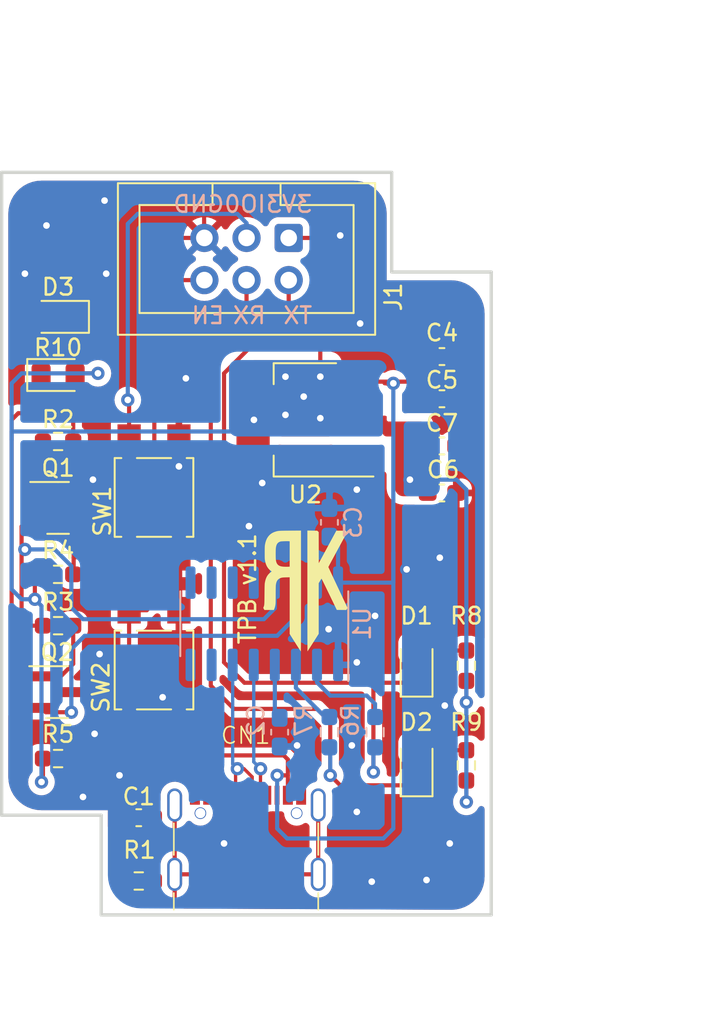
<source format=kicad_pcb>
(kicad_pcb (version 20221018) (generator pcbnew)
  (layers (0 "F.Cu" signal) (31 "B.Cu" signal) (34 "B.Paste" user) (35 "F.Paste" user) (36 "B.SilkS" user "B.Silkscreen") (37 "F.SilkS" user "F.Silkscreen") (38 "B.Mask" user) (39 "F.Mask" user) (44 "Edge.Cuts" user))
  (net 0 "")
  (net 1 "GND")
  (net 2 "Earth")
  (net 3 "+3V3")
  (net 4 "+5V")
  (net 6 "/USB_P")
  (net 10 "/IO0")
  (net 11 "/TX")
  (net 12 "/RX")
  (net 13 "/EN")
  (net 14 "Net-(Q1-B)")
  (net 15 "/DTR")
  (net 16 "Net-(Q2-B)")
  (net 17 "/RTS")
  (net 18 "Net-(U1-TXD)")
  (net 19 "Net-(U1-RXD)")
  (net 27 "Net-(U1-V3)")
  (net 28 "Net-(D1-A)")
  (net 29 "Net-(D2-A)")
  (net 30 "Net-(D3-A)")
  (net 31 "/USB_N")
  (footprint "Package_TO_SOT_SMD:SOT-23" (layer "F.Cu") (at 43.3375 176.59)
    (fp_text reference "Q2" (at 0 -2.4) (layer "F.SilkS"))
    (fp_text value "BC847")
    (pad "1" smd roundrect (at -0.9375 -0.95) (size 1.475 0.6) (layers "F.Cu" "F.Paste" "F.Mask") (net 16 "Net-(Q2-B)"))
    (pad "2" smd roundrect (at -0.9375 0.95) (size 1.475 0.6) (layers "F.Cu" "F.Paste" "F.Mask") (net 17 "/RTS"))
    (pad "3" smd roundrect (at 0.9375 0) (size 1.475 0.6) (layers "F.Cu" "F.Paste" "F.Mask") (net 13 "/EN"))
  )
  (footprint "Package_TO_SOT_SMD:SOT-223-3_TabPin2" (layer "F.Cu") (at 58.3 160.2 180)
    (fp_text reference "U2" (at 0 -4.5) (layer "F.SilkS"))
    (fp_text value "AMS1117-3.3")
    (pad "1" smd rect (at -3.15 -2.3 180) (size 2 1.5) (layers "F.Cu" "F.Paste" "F.Mask") (net 1 "GND"))
    (pad "2" smd rect (at -3.15 0 180) (size 2 1.5) (layers "F.Cu" "F.Paste" "F.Mask") (net 3 "+3V3"))
    (pad "2" smd rect (at 3.15 0 180) (size 2 3.8) (layers "F.Cu" "F.Paste" "F.Mask") (net 3 "+3V3"))
    (pad "3" smd rect (at -3.15 2.3 180) (size 2 1.5) (layers "F.Cu" "F.Paste" "F.Mask") (net 4 "+5V"))
  )
  (footprint "LED_SMD:LED_0805_2012Metric_Pad1.15x1.40mm_HandSolder" (layer "F.Cu") (at 65 175 90)
    (fp_text reference "D1" (at 3 0) (layer "F.SilkS"))
    (fp_text value "Yellow")
    (pad "1" smd roundrect (at -1.025 0 90) (size 1.15 1.4) (layers "F.Cu" "F.Paste" "F.Mask") (roundrect_rratio 0.217391) (net 11 "/TX"))
    (pad "2" smd roundrect (at 1.025 0 90) (size 1.15 1.4) (layers "F.Cu" "F.Paste" "F.Mask") (roundrect_rratio 0.217391) (net 28 "Net-(D1-A)"))
  )
  (footprint "Package_TO_SOT_SMD:SOT-23" (layer "F.Cu") (at 43.4 165.5)
    (fp_text reference "Q1" (at 0 -2.4) (layer "F.SilkS"))
    (fp_text value "BC847")
    (pad "1" smd roundrect (at -0.9375 -0.95) (size 1.475 0.6) (layers "F.Cu" "F.Paste" "F.Mask") (net 14 "Net-(Q1-B)"))
    (pad "2" smd roundrect (at -0.9375 0.95) (size 1.475 0.6) (layers "F.Cu" "F.Paste" "F.Mask") (net 15 "/DTR"))
    (pad "3" smd roundrect (at 0.9375 0) (size 1.475 0.6) (layers "F.Cu" "F.Paste" "F.Mask") (net 10 "/IO0"))
  )
  (footprint "Capacitor_SMD:C_0603_1608Metric_Pad1.08x0.95mm_HandSolder" (layer "F.Cu") (at 48.26 184.15 180)
    (fp_text reference "C1" (at 0 1.27) (layer "F.SilkS"))
    (fp_text value "100nF")
    (pad "1" smd roundrect (at -0.8625 0 180) (size 1.075 0.95) (layers "F.Cu" "F.Paste" "F.Mask") (net 1 "GND"))
    (pad "2" smd roundrect (at 0.8625 0 180) (size 1.075 0.95) (layers "F.Cu" "F.Paste" "F.Mask") (net 2 "Earth"))
  )
  (footprint "RK_Graphics:RK_Logo_10x10mm" (layer "F.Cu") (at 58.262202 169.720612)
    (fp_text reference "G***" hide)
    (fp_text value "LOGO" hide)
  )
  (footprint "Capacitor_SMD:C_0603_1608Metric_Pad1.08x0.95mm_HandSolder" (layer "F.Cu") (at 66.53 156.39)
    (fp_text reference "C4" (at 0 -1.43) (layer "F.SilkS"))
    (fp_text value "10uF")
    (pad "1" smd roundrect (at -0.8625 0) (size 1.075 0.95) (layers "F.Cu" "F.Paste" "F.Mask") (net 4 "+5V"))
    (pad "2" smd roundrect (at 0.8625 0) (size 1.075 0.95) (layers "F.Cu" "F.Paste" "F.Mask") (net 1 "GND"))
  )
  (footprint "Connector_IDC:IDC-Header_2x03_P2.54mm_Vertical" (layer "F.Cu") (at 57.295 149.2475 -90)
    (fp_text reference "J1" (at 3.5525 -6.305 90) (layer "F.SilkS"))
    (fp_text value "~")
    (pad "1" thru_hole roundrect (at 0 0 270) (size 1.7 1.7) (drill 1) (layers "*.Cu" "*.Mask") (roundrect_rratio 0.147059) (net 3 "+3V3"))
    (pad "2" thru_hole circle (at 2.54 0 270) (size 1.7 1.7) (drill 1) (layers "*.Cu" "*.Mask") (net 11 "/TX"))
    (pad "3" thru_hole circle (at 0 2.54 270) (size 1.7 1.7) (drill 1) (layers "*.Cu" "*.Mask") (net 10 "/IO0"))
    (pad "4" thru_hole circle (at 2.54 2.54 270) (size 1.7 1.7) (drill 1) (layers "*.Cu" "*.Mask") (net 12 "/RX"))
    (pad "5" thru_hole circle (at 0 5.08 270) (size 1.7 1.7) (drill 1) (layers "*.Cu" "*.Mask") (net 1 "GND"))
    (pad "6" thru_hole circle (at 2.54 5.08 270) (size 1.7 1.7) (drill 1) (layers "*.Cu" "*.Mask") (net 13 "/EN"))
  )
  (footprint "Resistor_SMD:R_0603_1608Metric_Pad0.98x0.95mm_HandSolder" (layer "F.Cu") (at 43.4 169.5 180)
    (fp_text reference "R4" (at 0 1.44) (layer "F.SilkS"))
    (fp_text value "10K")
    (pad "1" smd roundrect (at -0.9125 0 180) (size 0.975 0.95) (layers "F.Cu" "F.Paste" "F.Mask") (net 10 "/IO0"))
    (pad "2" smd roundrect (at 0.9125 0 180) (size 0.975 0.95) (layers "F.Cu" "F.Paste" "F.Mask") (net 3 "+3V3"))
  )
  (footprint "LED_SMD:LED_0805_2012Metric_Pad1.15x1.40mm_HandSolder" (layer "F.Cu") (at 43.4 157.5)
    (fp_text reference "R10" (at 0 -1.65) (layer "F.SilkS"))
    (fp_text value "10K")
    (pad "1" smd roundrect (at -1.025 0) (size 1.15 1.4) (layers "F.Cu" "F.Paste" "F.Mask") (roundrect_rratio 0.217391) (net 30 "Net-(D3-A)"))
    (pad "2" smd roundrect (at 1.025 0) (size 1.15 1.4) (layers "F.Cu" "F.Paste" "F.Mask") (roundrect_rratio 0.217391) (net 3 "+3V3"))
  )
  (footprint "Capacitor_SMD:C_0603_1608Metric_Pad1.08x0.95mm_HandSolder" (layer "F.Cu") (at 66.53 164.6)
    (fp_text reference "C6" (at 0.07 -1.4) (layer "F.SilkS"))
    (fp_text value "10uF")
    (pad "1" smd roundrect (at -0.8625 0) (size 1.075 0.95) (layers "F.Cu" "F.Paste" "F.Mask") (net 3 "+3V3"))
    (pad "2" smd roundrect (at 0.8625 0) (size 1.075 0.95) (layers "F.Cu" "F.Paste" "F.Mask") (net 1 "GND"))
  )
  (footprint "Button_Switch_SMD:SW_SPST_TL3305C" (layer "F.Cu") (at 49.18 175.26 90)
    (fp_text reference "SW2" (at -1.04 -3.2 90) (layer "F.SilkS"))
    (fp_text value "SW_Push")
    (pad "1" smd rect (at -3.6 -1.5 90) (size 1.6 1.4) (layers "F.Cu" "F.Paste" "F.Mask") (net 13 "/EN"))
    (pad "1" smd rect (at 3.6 -1.5 90) (size 1.6 1.4) (layers "F.Cu" "F.Paste" "F.Mask") (net 13 "/EN"))
    (pad "2" smd rect (at -3.6 1.5 90) (size 1.6 1.4) (layers "F.Cu" "F.Paste" "F.Mask") (net 1 "GND"))
    (pad "2" smd rect (at 3.6 1.5 90) (size 1.6 1.4) (layers "F.Cu" "F.Paste" "F.Mask") (net 1 "GND"))
  )
  (footprint "Resistor_SMD:R_0603_1608Metric_Pad0.98x0.95mm_HandSolder" (layer "F.Cu") (at 48.26 187.96 180)
    (fp_text reference "R1" (at -0.04 1.86) (layer "F.SilkS"))
    (fp_text value "1M")
    (pad "1" smd roundrect (at -0.9125 0 180) (size 0.975 0.95) (layers "F.Cu" "F.Paste" "F.Mask") (net 1 "GND"))
    (pad "2" smd roundrect (at 0.9125 0 180) (size 0.975 0.95) (layers "F.Cu" "F.Paste" "F.Mask") (net 2 "Earth"))
  )
  (footprint "Resistor_SMD:R_0603_1608Metric_Pad0.98x0.95mm_HandSolder" (layer "F.Cu") (at 68 175 -90)
    (fp_text reference "R8" (at -3 0) (layer "F.SilkS"))
    (fp_text value "10K")
    (pad "1" smd roundrect (at -0.9125 0 270) (size 0.975 0.95) (layers "F.Cu" "F.Paste" "F.Mask") (net 28 "Net-(D1-A)"))
    (pad "2" smd roundrect (at 0.9125 0 270) (size 0.975 0.95) (layers "F.Cu" "F.Paste" "F.Mask") (net 3 "+3V3"))
  )
  (footprint "Resistor_SMD:R_0603_1608Metric_Pad0.98x0.95mm_HandSolder" (layer "F.Cu") (at 43.4 172.59)
    (fp_text reference "R3" (at 0 -1.43) (layer "F.SilkS"))
    (fp_text value "10K")
    (pad "1" smd roundrect (at -0.9125 0) (size 0.975 0.95) (layers "F.Cu" "F.Paste" "F.Mask") (net 15 "/DTR"))
    (pad "2" smd roundrect (at 0.9125 0) (size 0.975 0.95) (layers "F.Cu" "F.Paste" "F.Mask") (net 16 "Net-(Q2-B)"))
  )
  (footprint "LED_SMD:LED_0805_2012Metric_Pad1.15x1.40mm_HandSolder" (layer "F.Cu") (at 43.4 154 180)
    (fp_text reference "D3" (at 0 1.8) (layer "F.SilkS"))
    (fp_text value "LED")
    (pad "1" smd roundrect (at -1.025 0 180) (size 1.15 1.4) (layers "F.Cu" "F.Paste" "F.Mask") (roundrect_rratio 0.217391) (net 1 "GND"))
    (pad "2" smd roundrect (at 1.025 0 180) (size 1.15 1.4) (layers "F.Cu" "F.Paste" "F.Mask") (roundrect_rratio 0.217391) (net 30 "Net-(D3-A)"))
  )
  (footprint "Button_Switch_SMD:SW_SPST_TL3305C" (layer "F.Cu") (at 49.18 164.87 90)
    (fp_text reference "SW1" (at -0.83 -3.109764 90) (layer "F.SilkS"))
    (fp_text value "SW_Push")
    (pad "1" smd rect (at -3.6 -1.5 90) (size 1.6 1.4) (layers "F.Cu" "F.Paste" "F.Mask") (net 10 "/IO0"))
    (pad "1" smd rect (at 3.6 -1.5 90) (size 1.6 1.4) (layers "F.Cu" "F.Paste" "F.Mask") (net 10 "/IO0"))
    (pad "2" smd rect (at -3.6 1.5 90) (size 1.6 1.4) (layers "F.Cu" "F.Paste" "F.Mask") (net 1 "GND"))
    (pad "2" smd rect (at 3.6 1.5 90) (size 1.6 1.4) (layers "F.Cu" "F.Paste" "F.Mask") (net 1 "GND"))
  )
  (footprint "Resistor_SMD:R_0603_1608Metric_Pad0.98x0.95mm_HandSolder" (layer "F.Cu") (at 68 181 -90)
    (fp_text reference "R9" (at -2.6 0) (layer "F.SilkS"))
    (fp_text value "10K")
    (pad "1" smd roundrect (at -0.9125 0 270) (size 0.975 0.95) (layers "F.Cu" "F.Paste" "F.Mask") (net 29 "Net-(D2-A)"))
    (pad "2" smd roundrect (at 0.9125 0 270) (size 0.975 0.95) (layers "F.Cu" "F.Paste" "F.Mask") (net 3 "+3V3"))
  )
  (footprint "Resistor_SMD:R_0603_1608Metric_Pad0.98x0.95mm_HandSolder" (layer "F.Cu") (at 43.4 180.59 180)
    (fp_text reference "R5" (at 0 1.47) (layer "F.SilkS"))
    (fp_text value "10K")
    (pad "1" smd roundrect (at -0.9125 0 180) (size 0.975 0.95) (layers "F.Cu" "F.Paste" "F.Mask") (net 13 "/EN"))
    (pad "2" smd roundrect (at 0.9125 0 180) (size 0.975 0.95) (layers "F.Cu" "F.Paste" "F.Mask") (net 3 "+3V3"))
  )
  (footprint "Resistor_SMD:R_0603_1608Metric_Pad0.98x0.95mm_HandSolder" (layer "F.Cu") (at 43.4 161.5 180)
    (fp_text reference "R2" (at 0 1.33) (layer "F.SilkS"))
    (fp_text value "10K")
    (pad "1" smd roundrect (at -0.9125 0 180) (size 0.975 0.95) (layers "F.Cu" "F.Paste" "F.Mask") (net 17 "/RTS"))
    (pad "2" smd roundrect (at 0.9125 0 180) (size 0.975 0.95) (layers "F.Cu" "F.Paste" "F.Mask") (net 14 "Net-(Q1-B)"))
  )
  (footprint "Capacitor_SMD:C_0603_1608Metric_Pad1.08x0.95mm_HandSolder" (layer "F.Cu") (at 66.53 158.93)
    (fp_text reference "C5" (at 0 -1.13) (layer "F.SilkS"))
    (fp_text value "10uF")
    (pad "1" smd roundrect (at -0.8625 0) (size 1.075 0.95) (layers "F.Cu" "F.Paste" "F.Mask") (net 4 "+5V"))
    (pad "2" smd roundrect (at 0.8625 0) (size 1.075 0.95) (layers "F.Cu" "F.Paste" "F.Mask") (net 1 "GND"))
  )
  (footprint "LED_SMD:LED_0805_2012Metric_Pad1.15x1.40mm_HandSolder" (layer "F.Cu") (at 65 181 90)
    (fp_text reference "D2" (at 2.6 0) (layer "F.SilkS"))
    (fp_text value "Green")
    (pad "1" smd roundrect (at -1.025 0 90) (size 1.15 1.4) (layers "F.Cu" "F.Paste" "F.Mask") (roundrect_rratio 0.217391) (net 12 "/RX"))
    (pad "2" smd roundrect (at 1.025 0 90) (size 1.15 1.4) (layers "F.Cu" "F.Paste" "F.Mask") (roundrect_rratio 0.217391) (net 29 "Net-(D2-A)"))
  )
  (footprint "Capacitor_SMD:C_0603_1608Metric_Pad1.08x0.95mm_HandSolder" (layer "F.Cu") (at 66.53 161.77)
    (fp_text reference "C7" (at 0 -1.37) (layer "F.SilkS"))
    (fp_text value "10uF")
    (pad "1" smd roundrect (at -0.8625 0) (size 1.075 0.95) (layers "F.Cu" "F.Paste" "F.Mask") (net 3 "+3V3"))
    (pad "2" smd roundrect (at 0.8625 0) (size 1.075 0.95) (layers "F.Cu" "F.Paste" "F.Mask") (net 1 "GND"))
  )
  (footprint "RK Library:TYPE-C-31-M-12" (layer "F.Cu") (at 54.375 178.687313)
    (fp_text reference "CN1" (at 0.325 0.512687 unlocked) (layer "F.SilkS") (effects (font (thickness 0.1))))
    (fp_text value "TYPE-C-31-M-12")
    (pad "" np_thru_hole circle (at -2.4 5.19) (size 0.7 0.7) (drill oval 0.6) (layers "*.Cu" "*.Mask"))
    (pad "" np_thru_hole circle (at 3.4 5.19) (size 0.7 0.7) (drill oval 0.6) (layers "*.Cu" "*.Mask"))
    (pad "A1/B12" smd trapezoid (at -2.73 4.11) (size 0.6 1.14) (layers "F.Cu" "F.Paste" "F.Mask") (net 1 "GND"))
    (pad "A4/B9" smd trapezoid (at -1.93 4.11) (size 0.6 1.14) (layers "F.Cu" "F.Paste" "F.Mask") (net 4 "+5V"))
    (pad "A5" smd trapezoid (at -0.78 4.11) (size 0.3 1.14) (layers "F.Cu" "F.Paste" "F.Mask"))
    (pad "A6" smd trapezoid (at 0.22 4.11) (size 0.3 1.14) (layers "F.Cu" "F.Paste" "F.Mask") (net 6 "/USB_P"))
    (pad "A7" smd trapezoid (at 0.72 4.11) (size 0.3 1.14) (layers "F.Cu" "F.Paste" "F.Mask") (net 31 "/USB_N"))
    (pad "A8" smd trapezoid (at 1.72 4.11) (size 0.3 1.14) (layers "F.Cu" "F.Paste" "F.Mask"))
    (pad "B1/A12" smd trapezoid (at 3.67 4.11) (size 0.6 1.14) (layers "F.Cu" "F.Paste" "F.Mask") (net 1 "GND"))
    (pad "B4/A9" smd trapezoid (at 2.87 4.11) (size 0.6 1.14) (layers "F.Cu" "F.Paste" "F.Mask") (net 4 "+5V"))
    (pad "B5" smd trapezoid (at 2.22 4.11) (size 0.3 1.14) (layers "F.Cu" "F.Paste" "F.Mask"))
    (pad "B6" smd trapezoid (at 1.22 4.11) (size 0.3 1.14) (layers "F.Cu" "F.Paste" "F.Mask") (net 6 "/USB_P"))
    (pad "B7" smd trapezoid (at -0.28 4.11) (size 0.3 1.14) (layers "F.Cu" "F.Paste" "F.Mask") (net 31 "/USB_N"))
    (pad "B8" smd trapezoid (at -1.28 4.11) (size 0.3 1.14) (layers "F.Cu" "F.Paste" "F.Mask"))
    (pad "S1" thru_hole oval (at -3.95 4.7 90) (size 2 0.9) (drill oval 1.7 0.6) (layers "*.Cu" "*.Mask") (net 2 "Earth"))
    (pad "S2" thru_hole oval (at 4.7 4.7 90) (size 2 0.9) (drill oval 1.7 0.6) (layers "*.Cu" "*.Mask") (net 2 "Earth"))
    (pad "S3" thru_hole oval (at -3.95 8.87 90) (size 2 0.9) (drill oval 1.7 0.6) (layers "*.Cu" "*.Mask") (net 2 "Earth"))
    (pad "S4" thru_hole oval (at 4.7 8.87 90) (size 2 0.9) (drill oval 1.7 0.6) (layers "*.Cu" "*.Mask") (net 2 "Earth"))
  )
  (footprint "Package_SO:SOIC-16_3.9x9.9mm_P1.27mm" (layer "B.Cu") (at 55.825 172.475 90)
    (fp_text reference "U1" (at 0 5.9 90) (layer "B.SilkS") (effects (justify mirror)))
    (fp_text value "CH340C")
    (pad "1" smd roundrect (at -2.475 4.445 90) (size 1.95 0.6) (layers "B.Cu" "B.Paste" "B.Mask") (net 1 "GND"))
    (pad "2" smd roundrect (at -2.475 3.175 90) (size 1.95 0.6) (layers "B.Cu" "B.Paste" "B.Mask") (net 18 "Net-(U1-TXD)"))
    (pad "3" smd roundrect (at -2.475 1.905 90) (size 1.95 0.6) (layers "B.Cu" "B.Paste" "B.Mask") (net 19 "Net-(U1-RXD)"))
    (pad "4" smd roundrect (at -2.475 0.635 90) (size 1.95 0.6) (layers "B.Cu" "B.Paste" "B.Mask") (net 27 "Net-(U1-V3)"))
    (pad "5" smd roundrect (at -2.475 -0.635 90) (size 1.95 0.6) (layers "B.Cu" "B.Paste" "B.Mask") (net 6 "/USB_P"))
    (pad "6" smd roundrect (at -2.475 -1.905 90) (size 1.95 0.6) (layers "B.Cu" "B.Paste" "B.Mask") (net 31 "/USB_N"))
    (pad "7" smd roundrect (at -2.475 -3.175 90) (size 1.95 0.6) (layers "B.Cu" "B.Paste" "B.Mask"))
    (pad "8" smd roundrect (at -2.475 -4.445 90) (size 1.95 0.6) (layers "B.Cu" "B.Paste" "B.Mask"))
    (pad "9" smd roundrect (at 2.475 -4.445 90) (size 1.95 0.6) (layers "B.Cu" "B.Paste" "B.Mask"))
    (pad "10" smd roundrect (at 2.475 -3.175 90) (size 1.95 0.6) (layers "B.Cu" "B.Paste" "B.Mask"))
    (pad "11" smd roundrect (at 2.475 -1.905 90) (size 1.95 0.6) (layers "B.Cu" "B.Paste" "B.Mask"))
    (pad "12" smd roundrect (at 2.475 -0.635 90) (size 1.95 0.6) (layers "B.Cu" "B.Paste" "B.Mask"))
    (pad "13" smd roundrect (at 2.475 0.635 90) (size 1.95 0.6) (layers "B.Cu" "B.Paste" "B.Mask") (net 15 "/DTR"))
    (pad "14" smd roundrect (at 2.475 1.905 90) (size 1.95 0.6) (layers "B.Cu" "B.Paste" "B.Mask") (net 17 "/RTS"))
    (pad "15" smd roundrect (at 2.475 3.175 90) (size 1.95 0.6) (layers "B.Cu" "B.Paste" "B.Mask"))
    (pad "16" smd roundrect (at 2.475 4.445 90) (size 1.95 0.6) (layers "B.Cu" "B.Paste" "B.Mask") (net 4 "+5V"))
  )
  (footprint "Resistor_SMD:R_0603_1608Metric_Pad0.98x0.95mm_HandSolder" (layer "B.Cu") (at 62.5 179 -90)
    (fp_text reference "R6" (at -0.7 1.5 -90) (layer "B.SilkS") (effects (justify mirror)))
    (fp_text value "100R")
    (pad "1" smd roundrect (at -0.9125 0 270) (size 0.975 0.95) (layers "B.Cu" "B.Paste" "B.Mask") (net 18 "Net-(U1-TXD)"))
    (pad "2" smd roundrect (at 0.9125 0 270) (size 0.975 0.95) (layers "B.Cu" "B.Paste" "B.Mask") (net 11 "/TX"))
  )
  (footprint "Capacitor_SMD:C_0603_1608Metric_Pad1.08x0.95mm_HandSolder" (layer "B.Cu") (at 59.75 166.37 90)
    (fp_text reference "C3" (at 0 1.43 90) (layer "B.SilkS") (effects (justify mirror)))
    (fp_text value "10uF")
    (pad "1" smd roundrect (at -0.8625 0 90) (size 1.075 0.95) (layers "B.Cu" "B.Paste" "B.Mask") (net 4 "+5V"))
    (pad "2" smd roundrect (at 0.8625 0 90) (size 1.075 0.95) (layers "B.Cu" "B.Paste" "B.Mask") (net 1 "GND"))
  )
  (footprint "Resistor_SMD:R_0603_1608Metric_Pad0.98x0.95mm_HandSolder" (layer "B.Cu") (at 59.75 179 -90)
    (fp_text reference "R7" (at -0.7 1.55 90) (layer "B.SilkS") (effects (justify mirror)))
    (fp_text value "100R")
    (pad "1" smd roundrect (at -0.9125 0 270) (size 0.975 0.95) (layers "B.Cu" "B.Paste" "B.Mask") (net 19 "Net-(U1-RXD)"))
    (pad "2" smd roundrect (at 0.9125 0 270) (size 0.975 0.95) (layers "B.Cu" "B.Paste" "B.Mask") (net 12 "/RX"))
  )
  (footprint "Capacitor_SMD:C_0603_1608Metric_Pad1.08x0.95mm_HandSolder" (layer "B.Cu") (at 56.75 179 -90)
    (fp_text reference "C2" (at -0.7 1.43 90) (layer "B.SilkS") (effects (justify mirror)))
    (fp_text value "10uF")
    (pad "1" smd roundrect (at -0.8625 0 270) (size 1.075 0.95) (layers "B.Cu" "B.Paste" "B.Mask") (net 27 "Net-(U1-V3)"))
    (pad "2" smd roundrect (at 0.8625 0 270) (size 1.075 0.95) (layers "B.Cu" "B.Paste" "B.Mask") (net 1 "GND"))
  )
  (gr_line (start 40 184) (end 40 145.3) (stroke (width 0.2)) (layer "Edge.Cuts"))
  (gr_line (start 63.5 145.3) (end 40 145.3) (stroke (width 0.2)) (layer "Edge.Cuts"))
  (gr_line (start 69.5 151.3) (end 69.5 190) (stroke (width 0.2)) (layer "Edge.Cuts"))
  (gr_line (start 40 184) (end 46 184) (stroke (width 0.2)) (layer "Edge.Cuts"))
  (gr_line (start 46 190) (end 69.5 190) (stroke (width 0.2)) (layer "Edge.Cuts"))
  (gr_line (start 46 184) (end 46 190) (stroke (width 0.2)) (layer "Edge.Cuts"))
  (gr_line (start 63.5 145.3) (end 63.5 151.3) (stroke (width 0.2)) (layer "Edge.Cuts"))
  (gr_line (start 63.5 151.3) (end 69.5 151.3) (stroke (width 0.2)) (layer "Edge.Cuts"))
  (gr_text "RX" (at 56 154.5) (layer "B.SilkS") (effects (font (size 1 1)) (justify left bottom mirror)))
  (gr_text "3V3" (at 58.8 147.8) (layer "B.SilkS") (effects (font (size 1 1)) (justify left bottom mirror)))
  (gr_text "IO0" (at 56 147.8) (layer "B.SilkS") (effects (font (size 1 1)) (justify left bottom mirror)))
  (gr_text "GND" (at 53.5 147.8) (layer "B.SilkS") (effects (font (size 1 1)) (justify left bottom mirror)))
  (gr_text "TX" (at 58.8 154.5) (layer "B.SilkS") (effects (font (size 1 1)) (justify left bottom mirror)))
  (gr_text "EN" (at 53.5 154.5) (layer "B.SilkS") (effects (font (size 1 1)) (justify left bottom mirror)))
  (gr_text "TPB v1.1" (at 55.4 173.8 90) (layer "F.SilkS") (effects (font (size 1 1)) (justify left bottom)))
  (segment (start 58.045 180.045) (end 57.8 179.8) (width 0.25) (layer "F.Cu") (net 1))
  (segment (start 51.6 180) (end 51.6 180.6) (width 0.25) (layer "F.Cu") (net 1))
  (segment (start 49.1225 182.2) (end 49.1225 180.4175) (width 0.25) (layer "F.Cu") (net 1))
  (segment (start 51.62 179.8) (end 50.68 178.86) (width 0.25) (layer "F.Cu") (net 1))
  (segment (start 67.3925 156.39) (end 67.3925 164.01) (width 0.25) (layer "F.Cu") (net 1))
  (segment (start 52.2 149.2325) (end 52.215 149.2475) (width 0.25) (layer "F.Cu") (net 1))
  (segment (start 67.3925 154.3925) (end 66.8 153.8) (width 0.25) (layer "F.Cu") (net 1))
  (segment (start 52.6 146.6) (end 52.2 147) (width 0.25) (layer "F.Cu") (net 1))
  (segment (start 67.3925 156.39) (end 67.3925 154.3925) (width 0.25) (layer "F.Cu") (net 1))
  (segment (start 57.8 179.8) (end 51.8 179.8) (width 0.25) (layer "F.Cu") (net 1))
  (segment (start 67 165.6) (end 61.6 165.6) (width 0.25) (layer "F.Cu") (net 1))
  (segment (start 62.4 147) (end 62 146.6) (width 0.25) (layer "F.Cu") (net 1))
  (segment (start 49.1225 184.15) (end 49.1225 187.91) (width 0.25) (layer "F.Cu") (net 1))
  (segment (start 61.4 165.4) (end 61.4 162.55) (width 0.25) (layer "F.Cu") (net 1))
  (segment (start 61.4 162.55) (end 61.45 162.5) (width 0.25) (layer "F.Cu") (net 1))
  (segment (start 44.425 154) (end 44.425 149.975) (width 0.25) (layer "F.Cu") (net 1))
  (segment (start 49.1225 187.91) (end 49.1725 187.96) (width 0.25) (layer "F.Cu") (net 1))
  (segment (start 63 153.8) (end 62.4 153.2) (width 0.25) (layer "F.Cu") (net 1))
  (segment (start 62 146.6) (end 52.6 146.6) (width 0.25) (layer "F.Cu") (net 1))
  (segment (start 66.8 153.8) (end 63 153.8) (width 0.25) (layer "F.Cu") (net 1))
  (segment (start 51.8 179.8) (end 51.62 179.8) (width 0.25) (layer "F.Cu") (net 1))
  (segment (start 61.6 165.6) (end 61.4 165.4) (width 0.25) (layer "F.Cu") (net 1))
  (segment (start 49.1225 181.4775) (end 49.1225 182.2) (width 0.25) (layer "F.Cu") (net 1))
  (segment (start 61.4 174.8) (end 61.4 164.4) (width 0.25) (layer "F.Cu") (net 1))
  (segment (start 50.68 161.27) (end 50.68 178.86) (width 0.25) (layer "F.Cu") (net 1))
  (segment (start 58.045 182.797313) (end 58.045 180.045) (width 0.25) (layer "F.Cu") (net 1))
  (segment (start 62.4 153.2) (end 62.4 147) (width 0.25) (layer "F.Cu") (net 1))
  (segment (start 67.3925 164.01) (end 67.3925 165.2075) (width 0.25) (layer "F.Cu") (net 1))
  (segment (start 45.1525 149.2475) (end 52.215 149.2475) (width 0.25) (layer "F.Cu") (net 1))
  (segment (start 67.3925 165.2075) (end 67 165.6) (width 0.25) (layer "F.Cu") (net 1))
  (segment (start 50.68 178.86) (end 50.86 178.86) (width 0.25) (layer "F.Cu") (net 1))
  (segment (start 49.1225 180.4175) (end 50.68 178.86) (width 0.25) (layer "F.Cu") (net 1))
  (segment (start 51.8 179.8) (end 51.6 180) (width 0.25) (layer "F.Cu") (net 1))
  (segment (start 44.425 149.975) (end 45.1525 149.2475) (width 0.25) (layer "F.Cu") (net 1))
  (segment (start 49.1225 184.15) (end 49.1225 182.2) (width 0.25) (layer "F.Cu") (net 1))
  (segment (start 52.2 147) (end 52.2 149.2325) (width 0.25) (layer "F.Cu") (net 1))
  (segment (start 51.6 182.752313) (end 51.645 182.797313) (width 0.25) (layer "F.Cu") (net 1))
  (segment (start 51.6 180.6) (end 51.6 182.752313) (width 0.25) (layer "F.Cu") (net 1))
  (via (at 65.6 187.9) (size 0.8) (drill 0.4) (layers "F.Cu" "B.Cu") (net 1))
  (via (at 62.5 172) (size 0.8) (drill 0.4) (layers "F.Cu" "B.Cu") (net 1))
  (via (at 41.4 151.4) (size 0.8) (drill 0.4) (layers "F.Cu" "B.Cu") (net 1))
  (via (at 61.4 164.4) (size 0.8) (drill 0.4) (layers "F.Cu" "B.Cu") (net 1))
  (via (at 51.1 157.7) (size 0.8) (drill 0.4) (layers "F.Cu" "B.Cu") (net 1))
  (via (at 55.7 164) (size 0.8) (drill 0.4) (layers "F.Cu" "B.Cu") (net 1))
  (via (at 45.5 163.8) (size 0.8) (drill 0.4) (layers "F.Cu" "B.Cu") (net 1))
  (via (at 42.7 148.5) (size 0.8) (drill 0.4) (layers "F.Cu" "B.Cu") (net 1))
  (via (at 44.9 182.9) (size 0.8) (drill 0.4) (layers "F.Cu" "B.Cu") (net 1))
  (via (at 50.68 163) (size 0.8) (drill 0.4) (layers "F.Cu" "B.Cu") (net 1))
  (via (at 57.8 179.8) (size 0.8) (drill 0.4) (layers "F.Cu" "B.Cu") (net 1))
  (via (at 45.6 179.1) (size 0.8) (drill 0.4) (layers "F.Cu" "B.Cu") (net 1))
  (via (at 61.6 154.4) (size 0.8) (drill 0.4) (layers "F.Cu" "B.Cu") (net 1))
  (via (at 61.4 174.8) (size 0.8) (drill 0.4) (layers "F.Cu" "B.Cu") (net 1))
  (via (at 62.3 188) (size 0.8) (drill 0.4) (layers "F.Cu" "B.Cu") (net 1))
  (via (at 49.7 176.9) (size 0.8) (drill 0.4) (layers "F.Cu" "B.Cu") (net 1))
  (via (at 61.4 183.8) (size 0.8) (drill 0.4) (layers "F.Cu" "B.Cu") (net 1))
  (via (at 66.4 168.5) (size 0.8) (drill 0.4) (layers "F.Cu" "B.Cu") (net 1))
  (via (at 47.1 181.6) (size 0.8) (drill 0.4) (layers "F.Cu" "B.Cu") (net 1))
  (via (at 60.4 149.1) (size 0.8) (drill 0.4) (layers "F.Cu" "B.Cu") (net 1))
  (via (at 66.7 177.4) (size 0.8) (drill 0.4) (layers "F.Cu" "B.Cu") (net 1))
  (via (at 67 185.7) (size 0.8) (drill 0.4) (layers "F.Cu" "B.Cu") (net 1))
  (via (at 54.9 166.6) (size 0.8) (drill 0.4) (layers "F.Cu" "B.Cu") (net 1))
  (via (at 53.4 185.7) (size 0.8) (drill 0.4) (layers "F.Cu" "B.Cu") (net 1))
  (via (at 46.3 151.4) (size 0.8) (drill 0.4) (layers "F.Cu" "B.Cu") (net 1))
  (via (at 59.7 172.8) (size 0.8) (drill 0.4) (layers "F.Cu" "B.Cu") (net 1))
  (via (at 61.1 179.8) (size 0.8) (drill 0.4) (layers "F.Cu" "B.Cu") (net 1))
  (via (at 46.2 147) (size 0.8) (drill 0.4) (layers "F.Cu" "B.Cu") (net 1))
  (via (at 64.4 169.2) (size 0.8) (drill 0.4) (layers "F.Cu" "B.Cu") (net 1))
  (via (at 45.9 174.3) (size 0.8) (drill 0.4) (layers "F.Cu" "B.Cu") (net 1))
  (segment (start 59.8 164.6) (end 60 164.4) (width 0.25) (layer "B.Cu") (net 1))
  (segment (start 61.2 163) (end 61.4 163.2) (width 0.25) (layer "B.Cu") (net 1))
  (segment (start 60 164.4) (end 61.4 164.4) (width 0.25) (layer "B.Cu") (net 1))
  (segment (start 50.68 163) (end 61.2 163) (width 0.25) (layer "B.Cu") (net 1))
  (segment (start 56.75 179.8625) (end 57.7375 179.8625) (width 0.25) (layer "B.Cu") (net 1))
  (segment (start 57.7375 179.8625) (end 57.8 179.8) (width 0.25) (layer "B.Cu") (net 1))
  (segment (start 61.4 163.2) (end 61.4 164.4) (width 0.25) (layer "B.Cu") (net 1))
  (segment (start 59.75 165.5075) (end 59.8 165.4575) (width 0.25) (layer "B.Cu") (net 1))
  (segment (start 59.8 165.4575) (end 59.8 164.6) (width 0.25) (layer "B.Cu") (net 1))
  (segment (start 60.27 174.95) (end 61.25 174.95) (width 0.25) (layer "B.Cu") (net 1))
  (segment (start 61.25 174.95) (end 61.4 174.8) (width 0.25) (layer "B.Cu") (net 1))
  (segment (start 50.425 187.557313) (end 59.075 187.557313) (width 0.25) (layer "F.Cu") (net 2))
  (segment (start 50.425 188.975) (end 50.425 187.557313) (width 0.25) (layer "F.Cu") (net 2))
  (segment (start 47.3475 188.7475) (end 47.8 189.2) (width 0.25) (layer "F.Cu") (net 2))
  (segment (start 47.3475 187.96) (end 47.3475 188.7475) (width 0.25) (layer "F.Cu") (net 2))
  (segment (start 50.425 187.557313) (end 50.425 183.387313) (width 0.25) (layer "F.Cu") (net 2))
  (segment (start 47.8 189.2) (end 50.2 189.2) (width 0.25) (layer "F.Cu") (net 2))
  (segment (start 47.3975 187.91) (end 47.3475 187.96) (width 0.25) (layer "F.Cu") (net 2))
  (segment (start 50.2 189.2) (end 50.425 188.975) (width 0.25) (layer "F.Cu") (net 2))
  (segment (start 59.075 183.387313) (end 59.075 187.557313) (width 0.25) (layer "F.Cu") (net 2))
  (segment (start 47.3975 184.15) (end 47.3975 187.91) (width 0.25) (layer "F.Cu") (net 2))
  (segment (start 65.4 164.6) (end 64.6 163.8) (width 0.25) (layer "F.Cu") (net 3))
  (segment (start 42.41 180.59) (end 42.4 180.6) (width 0.25) (layer "F.Cu") (net 3))
  (segment (start 45.8 157.4) (end 44.525 157.4) (width 0.25) (layer "F.Cu") (net 3))
  (segment (start 68 181.9125) (end 68 183.2) (width 0.25) (layer "F.Cu") (net 3))
  (segment (start 44.525 157.4) (end 44.425 157.5) (width 0.25) (layer "F.Cu") (net 3))
  (segment (start 58.1 160.2) (end 55.15 160.2) (width 0.25) (layer "F.Cu") (net 3))
  (segment (start 61.45 160.2) (end 59.4 160.2) (width 0.25) (layer "F.Cu") (net 3))
  (segment (start 42 171) (end 42 169.9875) (width 0.25) (layer "F.Cu") (net 3))
  (segment (start 59.2 160) (end 59.4 160.2) (width 0.25) (layer "F.Cu") (net 3))
  (segment (start 42.4875 180.59) (end 42.4875 181.9125) (width 0.25) (layer "F.Cu") (net 3))
  (segment (start 59.2 149.4) (end 59.2 160) (width 0.25) (layer "F.Cu") (net 3))
  (segment (start 59.4 160.2) (end 58.1 160.2) (width 0.25) (layer "F.Cu") (net 3))
  (segment (start 57.295 149.2475) (end 59.0475 149.2475) (width 0.25) (layer "F.Cu") (net 3))
  (segment (start 68 177.2) (end 68 175.9125) (width 0.25) (layer "F.Cu") (net 3))
  (segment (start 63 160.2) (end 64.57 161.77) (width 0.25) (layer "F.Cu") (net 3))
  (segment (start 64.57 161.77) (end 65.6675 161.77) (width 0.25) (layer "F.Cu") (net 3))
  (segment (start 61.45 160.2) (end 63 160.2) (width 0.25) (layer "F.Cu") (net 3))
  (segment (start 42.4875 181.9125) (end 42.4 182) (width 0.25) (layer "F.Cu") (net 3))
  (segment (start 42 169.9875) (end 42.4875 169.5) (width 0.25) (layer "F.Cu") (net 3))
  (segment (start 59.0475 149.2475) (end 59.2 149.4) (width 0.25) (layer "F.Cu") (net 3))
  (segment (start 65.6675 161.77) (end 65.6675 164.6) (width 0.25) (layer "F.Cu") (net 3))
  (segment (start 65.6675 164.6) (end 65.4 164.6) (width 0.25) (layer "F.Cu") (net 3))
  (via (at 42.4 182) (size 0.8) (drill 0.4) (layers "F.Cu" "B.Cu") (net 3))
  (via (at 57.1 159.9) (size 0.8) (drill 0.4) (layers "F.Cu" "B.Cu") (net 3))
  (via (at 57.1 157.6) (size 0.8) (drill 0.4) (layers "F.Cu" "B.Cu") (net 3))
  (via (at 68 183.2) (size 0.8) (drill 0.4) (layers "F.Cu" "B.Cu") (net 3))
  (via (at 59.2 157.6) (size 0.8) (drill 0.4) (layers "F.Cu" "B.Cu") (net 3))
  (via (at 64.6 163.8) (size 0.8) (drill 0.4) (layers "F.Cu" "B.Cu") (net 3))
  (via (at 42 171) (size 0.8) (drill 0.4) (layers "F.Cu" "B.Cu") (net 3))
  (via (at 59.2 160.1) (size 0.8) (drill 0.4) (layers "F.Cu" "B.Cu") (net 3))
  (via (at 45.8 157.4) (size 0.8) (drill 0.4) (layers "F.Cu" "B.Cu") (net 3))
  (via (at 68 177.2) (size 0.8) (drill 0.4) (layers "F.Cu" "B.Cu") (net 3))
  (via (at 58.2 158.8) (size 0.8) (drill 0.4) (layers "F.Cu" "B.Cu") (net 3))
  (via (at 55.2 160.2) (size 0.8) (drill 0.4) (layers "F.Cu" "B.Cu") (net 3))
  (segment (start 68 183.2) (end 68 177.2) (width 0.25) (layer "B.Cu") (net 3))
  (segment (start 68 177.2) (end 68 164.4) (width 0.25) (layer "B.Cu") (net 3))
  (segment (start 55.2 160.9) (end 55.2 160.2) (width 0.25) (layer "B.Cu") (net 3))
  (segment (start 41.2 157.4) (end 45.8 157.4) (width 0.25) (layer "B.Cu") (net 3))
  (segment (start 40.6 161.4) (end 40.6 160.9) (width 0.25) (layer "B.Cu") (net 3))
  (segment (start 40.6 158) (end 41.2 157.4) (width 0.25) (layer "B.Cu") (net 3))
  (segment (start 68 164.4) (end 67.4 163.8) (width 0.25) (layer "B.Cu") (net 3))
  (segment (start 41.2 171) (end 42 171) (width 0.25) (layer "B.Cu") (net 3))
  (segment (start 40.6 161.4) (end 40.6 158) (width 0.25) (layer "B.Cu") (net 3))
  (segment (start 40.6 160.9) (end 55.2 160.9) (width 0.25) (layer "B.Cu") (net 3))
  (segment (start 40.6 170.4) (end 40.6 161.4) (width 0.25) (layer "B.Cu") (net 3))
  (segment (start 67.4 163.8) (end 64.6 163.8) (width 0.25) (layer "B.Cu") (net 3))
  (segment (start 42.4 171.4) (end 42 171) (width 0.25) (layer "B.Cu") (net 3))
  (segment (start 40.6 170.4) (end 41.2 171) (width 0.25) (layer "B.Cu") (net 3))
  (segment (start 42.4 182) (end 42.4 172) (width 0.25) (layer "B.Cu") (net 3))
  (segment (start 42.4 172) (end 42.4 171.4) (width 0.25) (layer "B.Cu") (net 3))
  (segment (start 57.245 181.6) (end 57.245 180.645) (width 0.25) (layer "F.Cu") (net 4))
  (segment (start 57.2 180.6) (end 57 180.4) (width 0.25) (layer "F.Cu") (net 4))
  (segment (start 65.6675 156.39) (end 65.6675 157.8) (width 0.25) (layer "F.Cu") (net 4))
  (segment (start 61.45 157.9) (end 65.5675 157.9) (width 0.25) (layer "F.Cu") (net 4))
  (segment (start 52.445 182.797313) (end 52.445 180.555) (width 0.25) (layer "F.Cu") (net 4))
  (segment (start 65.6675 157.8) (end 65.6675 158.93) (width 0.25) (layer "F.Cu") (net 4))
  (segment (start 57.245 180.645) (end 57.2 180.6) (width 0.25) (layer "F.Cu") (net 4))
  (segment (start 65.5675 157.9) (end 65.6675 157.8) (width 0.25) (layer "F.Cu") (net 4))
  (segment (start 57 180.4) (end 52.6 180.4) (width 0.25) (layer "F.Cu") (net 4))
  (segment (start 52.445 180.555) (end 52.6 180.4) (width 0.25) (layer "F.Cu") (net 4))
  (segment (start 57.245 181.6) (end 56.6 181.6) (width 0.25) (layer "F.Cu") (net 4))
  (segment (start 57.245 182.797313) (end 57.245 181.6) (width 0.25) (layer "F.Cu") (net 4))
  (via (at 63.6 158) (size 0.8) (drill 0.4) (layers "F.Cu" "B.Cu") (net 4))
  (via (at 56.6 181.6) (size 0.8) (drill 0.4) (layers "F.Cu" "B.Cu") (net 4))
  (segment (start 63.6 157.8) (end 63.6 158) (width 0.25) (layer "B.Cu") (net 4))
  (segment (start 63.6 170) (end 63.6 168.2) (width 0.25) (layer "B.Cu") (net 4))
  (segment (start 60.27 167.7525) (end 59.75 167.2325) (width 0.25) (layer "B.Cu") (net 4))
  (segment (start 57.2 185.4) (end 56.6 184.8) (width 0.25) (layer "B.Cu") (net 4))
  (segment (start 63 185.4) (end 57.2 185.4) (width 0.25) (layer "B.Cu") (net 4))
  (segment (start 63.6 168.2) (end 63.6 184.8) (width 0.25) (layer "B.Cu") (net 4))
  (segment (start 63.6 184.8) (end 63 185.4) (width 0.25) (layer "B.Cu") (net 4))
  (segment (start 60.27 170) (end 63.6 170) (width 0.25) (layer "B.Cu") (net 4))
  (segment (start 56.6 184.8) (end 56.6 181.6) (width 0.25) (layer "B.Cu") (net 4))
  (segment (start 60.27 170) (end 60.27 167.7525) (width 0.25) (layer "B.Cu") (net 4))
  (segment (start 63.6 168.2) (end 63.6 158) (width 0.25) (layer "B.Cu") (net 4))
  (segment (start 55.595 181.205) (end 55.6 181.2) (width 0.2) (layer "F.Cu") (net 6))
  (segment (start 55.595 183.605) (end 55.595 182.797313) (width 0.2) (layer "F.Cu") (net 6))
  (segment (start 54.8 183.8) (end 55.4 183.8) (width 0.2) (layer "F.Cu") (net 6))
  (segment (start 54.595 182.797313) (end 54.595 183.595) (width 0.2) (layer "F.Cu") (net 6))
  (segment (start 55.6 181.6) (end 55.6 181.2) (width 0.2) (layer "F.Cu") (net 6))
  (segment (start 55.595 182.797313) (end 55.595 181.205) (width 0.2) (layer "F.Cu") (net 6))
  (segment (start 54.595 183.595) (end 54.8 183.8) (width 0.2) (layer "F.Cu") (net 6))
  (segment (start 55.4 183.8) (end 55.595 183.605) (width 0.2) (layer "F.Cu") (net 6))
  (via (at 55.6 181.2) (size 0.8) (drill 0.4) (layers "F.Cu" "B.Cu") (net 6))
  (segment (start 55.6 181.2) (end 55.19 180.79) (width 0.2) (layer "B.Cu") (net 6))
  (segment (start 55.19 180.79) (end 55.19 174.95) (width 0.2) (layer "B.Cu") (net 6))
  (segment (start 44.3675 168.47) (end 44.3375 168.5) (width 0.25) (layer "F.Cu") (net 10))
  (segment (start 47.6 159) (end 47.68 159.08) (width 0.25) (layer "F.Cu") (net 10))
  (segment (start 44.3375 165.5) (end 44.3375 168.5) (width 0.25) (layer "F.Cu") (net 10))
  (segment (start 47.68 159.08) (end 47.68 161.27) (width 0.25) (layer "F.Cu") (net 10))
  (segment (start 44.3375 168.5) (end 44.3375 169.475) (width 0.25) (layer "F.Cu") (net 10))
  (segment (start 44.3375 169.475) (end 44.3125 169.5) (width 0.25) (layer "F.Cu") (net 10))
  (segment (start 47.9 168.47) (end 44.3675 168.47) (width 0.25) (layer "F.Cu") (net 10))
  (segment (start 47.68 161.27) (end 47.68 168.47) (width 0.25) (layer "F.Cu") (net 10))
  (via (at 47.6 159) (size 0.8) (drill 0.4) (layers "F.Cu" "B.Cu") (net 10))
  (segment (start 47.6 148.4) (end 48.2 147.8) (width 0.25) (layer "B.Cu") (net 10))
  (segment (start 48.2 147.8) (end 54.2 147.8) (width 0.25) (layer "B.Cu") (net 10))
  (segment (start 54.2 147.8) (end 54.755 148.355) (width 0.25) (layer "B.Cu") (net 10))
  (segment (start 47.6 159) (end 47.6 148.4) (width 0.25) (layer "B.Cu") (net 10))
  (segment (start 54.755 148.355) (end 54.755 149.2475) (width 0.25) (layer "B.Cu") (net 10))
  (segment (start 57.295 151.7875) (end 57.295 153.505) (width 0.25) (layer "F.Cu") (net 11))
  (segment (start 53.4 157.4) (end 53.4 174.8) (width 0.25) (layer "F.Cu") (net 11))
  (segment (start 53.4 174.8) (end 54.625 176.025) (width 0.25) (layer "F.Cu") (net 11))
  (segment (start 62.4 181.4) (end 62.4 176.025) (width 0.25) (layer "F.Cu") (net 11))
  (segment (start 57.295 153.505) (end 53.4 157.4) (width 0.25) (layer "F.Cu") (net 11))
  (segment (start 65 176.025) (end 64 176.025) (width 0.25) (layer "F.Cu") (net 11))
  (segment (start 62.4 176.025) (end 64 176.025) (width 0.25) (layer "F.Cu") (net 11))
  (segment (start 54.625 176.025) (end 62.4 176.025) (width 0.25) (layer "F.Cu") (net 11))
  (via (at 62.4 181.4) (size 0.8) (drill 0.4) (layers "F.Cu" "B.Cu") (net 11))
  (segment (start 62.4 180.0125) (end 62.5 179.9125) (width 0.25) (layer "B.Cu") (net 11))
  (segment (start 62.4 181.4) (end 62.4 180.0125) (width 0.25) (layer "B.Cu") (net 11))
  (segment (start 54 177.6) (end 59 177.6) (width 0.25) (layer "F.Cu") (net 12))
  (segment (start 54.755 151.7875) (end 54.755 153.845) (width 0.25) (layer "F.Cu") (net 12))
  (segment (start 64.825 182.2) (end 60.4 182.2) (width 0.25) (layer "F.Cu") (net 12))
  (segment (start 52.6 176.2) (end 53.2 176.8) (width 0.25) (layer "F.Cu") (net 12))
  (segment (start 60.4 182.2) (end 59.8 181.6) (width 0.25) (layer "F.Cu") (net 12))
  (segment (start 53.2 176.8) (end 54 177.6) (width 0.25) (layer "F.Cu") (net 12))
  (segment (start 59.8 178.4) (end 59.8 181.6) (width 0.25) (layer "F.Cu") (net 12))
  (segment (start 52.6 156) (end 52.6 176.2) (width 0.25) (layer "F.Cu") (net 12))
  (segment (start 65 182.025) (end 64.825 182.2) (width 0.25) (layer "F.Cu") (net 12))
  (segment (start 54.755 153.845) (end 52.6 156) (width 0.25) (layer "F.Cu") (net 12))
  (segment (start 59 177.6) (end 59.8 178.4) (width 0.25) (layer "F.Cu") (net 12))
  (via (at 59.8 181.6) (size 0.8) (drill 0.4) (layers "F.Cu" "B.Cu") (net 12))
  (segment (start 59.8 179.9625) (end 59.75 179.9125) (width 0.25) (layer "B.Cu") (net 12))
  (segment (start 59.8 181.6) (end 59.8 179.9625) (width 0.25) (layer "B.Cu") (net 12))
  (segment (start 49.2 171.2) (end 48.74 171.66) (width 0.25) (layer "F.Cu") (net 13))
  (segment (start 47.72 180.5) (end 47.97 180.25) (width 0.25) (layer "F.Cu") (net 13))
  (segment (start 47.59 176.59) (end 47.68 176.5) (width 0.25) (layer "F.Cu") (net 13))
  (segment (start 52.215 151.7875) (end 50.0125 151.7875) (width 0.25) (layer "F.Cu") (net 13))
  (segment (start 47.68 171.66) (end 47.68 176.5) (width 0.25) (layer "F.Cu") (net 13))
  (segment (start 47.97 180.25) (end 47.97 178.93) (width 0.25) (layer "F.Cu") (net 13))
  (segment (start 44.275 176.59) (end 47.59 176.59) (width 0.25) (layer "F.Cu") (net 13))
  (segment (start 49.2 152.6) (end 49.2 171.2) (width 0.25) (layer "F.Cu") (net 13))
  (segment (start 50.0125 151.7875) (end 49.2 152.6) (width 0.25) (layer "F.Cu") (net 13))
  (segment (start 47.68 176.5) (end 47.68 178.86) (width 0.25) (layer "F.Cu") (net 13))
  (segment (start 44.4025 180.5) (end 47.72 180.5) (width 0.25) (layer "F.Cu") (net 13))
  (segment (start 47.97 178.93) (end 47.9 178.86) (width 0.25) (layer "F.Cu") (net 13))
  (segment (start 48.74 171.66) (end 47.68 171.66) (width 0.25) (layer "F.Cu") (net 13))
  (segment (start 44.3125 180.59) (end 44.4025 180.5) (width 0.25) (layer "F.Cu") (net 13))
  (segment (start 42.4875 161.5) (end 42.4875 164.525) (width 0.25) (layer "F.Cu") (net 14))
  (segment (start 42.4875 164.525) (end 42.4625 164.55) (width 0.25) (layer "F.Cu") (net 14))
  (segment (start 41.2 166.62) (end 41.37 166.45) (width 0.25) (layer "F.Cu") (net 15))
  (segment (start 41.2 172.38) (end 41.2 166.62) (width 0.25) (layer "F.Cu") (net 15))
  (segment (start 41.42 172.6) (end 41.2 172.38) (width 0.25) (layer "F.Cu") (net 15))
  (segment (start 41.43 172.59) (end 41.42 172.6) (width 0.25) (layer "F.Cu") (net 15))
  (segment (start 41.37 166.45) (end 42.4625 166.45) (width 0.25) (layer "F.Cu") (net 15))
  (segment (start 42.4875 172.59) (end 41.43 172.59) (width 0.25) (layer "F.Cu") (net 15))
  (via (at 41.4 168) (size 0.8) (drill 0.4) (layers "F.Cu" "B.Cu") (net 15))
  (segment (start 44.2 169) (end 43.2 168) (width 0.25) (layer "B.Cu") (net 15))
  (segment (start 55.8 172.2) (end 44.9 172.2) (width 0.25) (layer "B.Cu") (net 15))
  (segment (start 56.46 171.54) (end 55.8 172.2) (width 0.25) (layer "B.Cu") (net 15))
  (segment (start 43.2 168) (end 41.4 168) (width 0.25) (layer "B.Cu") (net 15))
  (segment (start 56.46 170) (end 56.46 171.54) (width 0.25) (layer "B.Cu") (net 15))
  (segment (start 44.2 171.5) (end 44.2 169) (width 0.25) (layer "B.Cu") (net 15))
  (segment (start 44.9 172.2) (end 44.2 171.5) (width 0.25) (layer "B.Cu") (net 15))
  (segment (start 44.3125 174.8875) (end 44.3125 172.59) (width 0.25) (layer "F.Cu") (net 16))
  (segment (start 43.56 175.64) (end 44.3125 174.8875) (width 0.25) (layer "F.Cu") (net 16))
  (segment (start 42.4 175.64) (end 43.56 175.64) (width 0.25) (layer "F.Cu") (net 16))
  (segment (start 40.6 177) (end 40.6 160.2) (width 0.25) (layer "F.Cu") (net 17))
  (segment (start 41 159.8) (end 43.8 159.8) (width 0.25) (layer "F.Cu") (net 17))
  (segment (start 42.4 177.54) (end 41.14 177.54) (width 0.25) (layer "F.Cu") (net 17))
  (segment (start 41.14 177.54) (end 40.6 177) (width 0.25) (layer "F.Cu") (net 17))
  (segment (start 43.8 159.8) (end 44.3125 160.3125) (width 0.25) (layer "F.Cu") (net 17))
  (segment (start 40.6 160.2) (end 41 159.8) (width 0.25) (layer "F.Cu") (net 17))
  (segment (start 42.66 177.8) (end 42.4 177.54) (width 0.25) (layer "F.Cu") (net 17))
  (segment (start 44.2 177.8) (end 42.66 177.8) (width 0.25) (layer "F.Cu") (net 17))
  (segment (start 44.3125 160.3125) (end 44.3125 161.5) (width 0.25) (layer "F.Cu") (net 17))
  (via (at 44.2 177.8) (size 0.8) (drill 0.4) (layers "F.Cu" "B.Cu") (net 17))
  (segment (start 45 173.2) (end 44.2 174) (width 0.25) (layer "B.Cu") (net 17))
  (segment (start 57.73 172.07) (end 56.6 173.2) (width 0.25) (layer "B.Cu") (net 17))
  (segment (start 57.73 170) (end 57.73 172.07) (width 0.25) (layer "B.Cu") (net 17))
  (segment (start 44.2 174) (end 44.2 177.8) (width 0.25) (layer "B.Cu") (net 17))
  (segment (start 56.6 173.2) (end 45 173.2) (width 0.25) (layer "B.Cu") (net 17))
  (segment (start 62 176.8) (end 62.5 177.3) (width 0.25) (layer "B.Cu") (net 18))
  (segment (start 59.8 176.8) (end 62 176.8) (width 0.25) (layer "B.Cu") (net 18))
  (segment (start 62.5 177.3) (end 62.5 178.0875) (width 0.25) (layer "B.Cu") (net 18))
  (segment (start 59 176) (end 59.8 176.8) (width 0.25) (layer "B.Cu") (net 18))
  (segment (start 62.4 177.9875) (end 62.5 178.0875) (width 0.25) (layer "B.Cu") (net 18))
  (segment (start 59 174.95) (end 59 176) (width 0.25) (layer "B.Cu") (net 18))
  (segment (start 57.73 176.33) (end 59.4875 178.0875) (width 0.25) (layer "B.Cu") (net 19))
  (segment (start 57.73 174.95) (end 57.73 176.33) (width 0.25) (layer "B.Cu") (net 19))
  (segment (start 59.4875 178.0875) (end 59.75 178.0875) (width 0.25) (layer "B.Cu") (net 19))
  (segment (start 56.46 177.8475) (end 56.75 178.1375) (width 0.25) (layer "B.Cu") (net 27))
  (segment (start 56.46 174.95) (end 56.46 177.8475) (width 0.25) (layer "B.Cu") (net 27))
  (segment (start 68 174.0875) (end 65.1125 174.0875) (width 0.25) (layer "F.Cu") (net 28))
  (segment (start 65.1125 174.0875) (end 65 173.975) (width 0.25) (layer "F.Cu") (net 28))
  (segment (start 68 180.0875) (end 65.1125 180.0875) (width 0.25) (layer "F.Cu") (net 29))
  (segment (start 65.1125 180.0875) (end 65 179.975) (width 0.25) (layer "F.Cu") (net 29))
  (segment (start 42.375 154) (end 42.375 157.5) (width 0.25) (layer "F.Cu") (net 30))
  (segment (start 54.095 181.305) (end 54.095 182.797313) (width 0.2) (layer "F.Cu") (net 31))
  (segment (start 54.2 181.2) (end 54.6 181.2) (width 0.2) (layer "F.Cu") (net 31))
  (segment (start 54.2 181.2) (end 54.095 181.305) (width 0.2) (layer "F.Cu") (net 31))
  (segment (start 54.6 181.2) (end 55.095 181.695) (width 0.2) (layer "F.Cu") (net 31))
  (segment (start 55.095 181.695) (end 55.095 182.797313) (width 0.2) (layer "F.Cu") (net 31))
  (via (at 54.2 181.2) (size 0.8) (drill 0.4) (layers "F.Cu" "B.Cu") (net 31))
  (segment (start 53.92 180.92) (end 53.92 174.95) (width 0.2) (layer "B.Cu") (net 31))
  (segment (start 54.2 181.2) (end 53.92 180.92) (width 0.2) (layer "B.Cu") (net 31))
  (zone (net 4) (net_name "+5V") (layer "F.Cu") (name "GND") (connect_pads (clearance 0.5)) (min_thickness 0.25) (fill yes (thermal_gap 0.5) (thermal_bridge_width 0.5) (island_removal_mode 1) (island_area_min 10))
    (polygon (pts (xy 60.2 158.9) (xy 63.7 158.9) (xy 63.7 159.7) (xy 66.4 159.7) (xy 66.4 155.6) (xy 60.2 155.6)))
  )
  (zone (net 1) (net_name "GND") (layers "F&B.Cu") (name "GND") (priority 5) (connect_pads (clearance 0.4)) (min_thickness 0.4) (fill yes (thermal_gap 0.4) (thermal_bridge_width 0.4) (smoothing fillet) (radius 2))
    (polygon (pts (xy 69.1 189.7) (xy 69.1 151.8) (xy 63.2 151.8) (xy 63.2 145.8) (xy 40.4 145.8) (xy 40.4 183.7) (xy 46.4 183.7) (xy 46.4 189.6)))
  )
  (zone (net 3) (net_name "+3V3") (layers "F&B.Cu") (name "3V3") (priority 6) (connect_pads (clearance 0.5)) (min_thickness 0.5) (fill yes (thermal_gap 0.5) (thermal_bridge_width 0.5) (smoothing fillet) (radius 0.5) (island_removal_mode 1) (island_area_min 10))
    (polygon (pts (xy 53.7 156.6) (xy 53.7 161.2) (xy 63.7 161.2) (xy 63.7 164.8) (xy 66.4 164.8) (xy 66.4 160.3) (xy 63.2 160.3) (xy 63.2 156.6)))
  )
)
</source>
